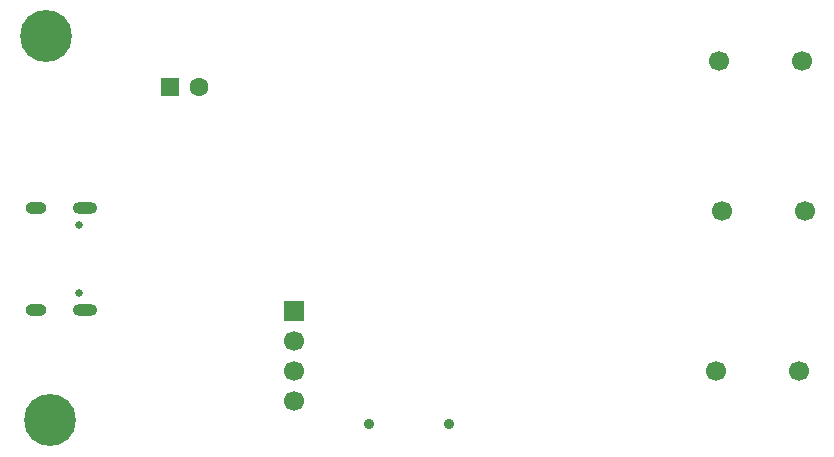
<source format=gbr>
%TF.GenerationSoftware,KiCad,Pcbnew,9.0.2*%
%TF.CreationDate,2025-07-12T15:53:05+01:00*%
%TF.ProjectId,EMG_hand_sensor,454d475f-6861-46e6-945f-73656e736f72,rev?*%
%TF.SameCoordinates,Original*%
%TF.FileFunction,Soldermask,Bot*%
%TF.FilePolarity,Negative*%
%FSLAX46Y46*%
G04 Gerber Fmt 4.6, Leading zero omitted, Abs format (unit mm)*
G04 Created by KiCad (PCBNEW 9.0.2) date 2025-07-12 15:53:05*
%MOMM*%
%LPD*%
G01*
G04 APERTURE LIST*
G04 Aperture macros list*
%AMRoundRect*
0 Rectangle with rounded corners*
0 $1 Rounding radius*
0 $2 $3 $4 $5 $6 $7 $8 $9 X,Y pos of 4 corners*
0 Add a 4 corners polygon primitive as box body*
4,1,4,$2,$3,$4,$5,$6,$7,$8,$9,$2,$3,0*
0 Add four circle primitives for the rounded corners*
1,1,$1+$1,$2,$3*
1,1,$1+$1,$4,$5*
1,1,$1+$1,$6,$7*
1,1,$1+$1,$8,$9*
0 Add four rect primitives between the rounded corners*
20,1,$1+$1,$2,$3,$4,$5,0*
20,1,$1+$1,$4,$5,$6,$7,0*
20,1,$1+$1,$6,$7,$8,$9,0*
20,1,$1+$1,$8,$9,$2,$3,0*%
G04 Aperture macros list end*
%ADD10C,1.700000*%
%ADD11R,1.700000X1.700000*%
%ADD12C,0.900000*%
%ADD13C,4.400000*%
%ADD14RoundRect,0.250000X-0.550000X-0.550000X0.550000X-0.550000X0.550000X0.550000X-0.550000X0.550000X0*%
%ADD15C,1.600000*%
%ADD16C,0.650000*%
%ADD17O,2.100000X1.000000*%
%ADD18O,1.800000X1.000000*%
G04 APERTURE END LIST*
D10*
%TO.C,J5*%
X211250000Y-56250000D03*
X204250000Y-56250000D03*
%TD*%
D11*
%TO.C,J2*%
X168250000Y-77460000D03*
D10*
X168250000Y-80000000D03*
X168250000Y-82540000D03*
X168250000Y-85080000D03*
%TD*%
D12*
%TO.C,SW1*%
X174600000Y-87000000D03*
X181400000Y-87000000D03*
%TD*%
D13*
%TO.C,H1*%
X147610000Y-86670000D03*
%TD*%
D10*
%TO.C,J6*%
X211000000Y-82500000D03*
X204000000Y-82500000D03*
%TD*%
D14*
%TO.C,C10*%
X157750000Y-58500000D03*
D15*
X160250000Y-58500000D03*
%TD*%
D10*
%TO.C,J4*%
X211500000Y-69000000D03*
X204500000Y-69000000D03*
%TD*%
D13*
%TO.C,H2*%
X147260000Y-54190000D03*
%TD*%
D16*
%TO.C,J1*%
X150105000Y-70110000D03*
X150105000Y-75890000D03*
D17*
X150605000Y-68680000D03*
D18*
X146425000Y-68680000D03*
D17*
X150605000Y-77320000D03*
D18*
X146425000Y-77320000D03*
%TD*%
M02*

</source>
